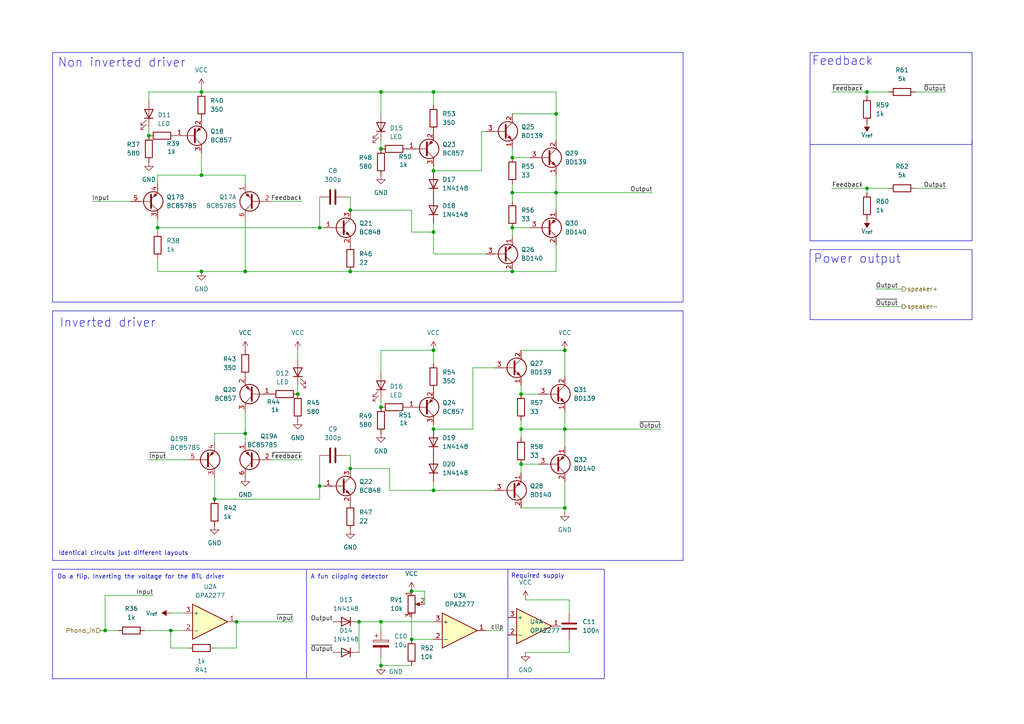
<source format=kicad_sch>
(kicad_sch (version 20250114) (generator "eeschema") (generator_version "9.0")
  (paper "A4")
  (title_block (title "Powerstage") (date "2025-02-24") (rev "1") (company "AAU-satlab") (comment 1 "Malthe Sennels"))
  (lib_symbols
    (symbol "Amplifier_Operational:OPA2277" (pin_names (offset 0.127))
      (property "Reference" "U" (at 0 5.08 0))
      (property "Value" "OPA2277" (at 0 -5.08 0))
      (symbol "OPA2277_1_1"
        (pin input line (at -7.62 2.54 0) (length 2.54) (name "+") (number "3"))
        (pin input line (at -7.62 -2.54 0) (length 2.54) (name "-") (number "2"))
        (pin output line (at 7.62 0 180) (length 2.54) (name "~") (number "1"))
      )
      (symbol "OPA2277_2_1"
        (pin input line (at -7.62 2.54 0) (length 2.54) (name "+") (number "5"))
        (pin input line (at -7.62 -2.54 0) (length 2.54) (name "-") (number "6"))
        (pin output line (at 7.62 0 180) (length 2.54) (name "~") (number "7"))
      )
      (symbol "OPA2277_3_1"
        (pin power_in line (at -2.54 7.62 270) (length 3.81) (name "V+") (number "8"))
        (pin power_in line (at -2.54 -7.62 90) (length 3.81) (name "V-") (number "4"))
      )
    )
    (symbol "Device:C" (pin_numbers (hide yes)) (pin_names (offset 0.254))
      (property "Reference" "C" (at 0.635 2.54 0))
      (property "Value" "C" (at 0.635 -2.54 0))
      (symbol "C_1_1"
        (pin passive line (at 0 3.81 270) (length 2.794) (name "~") (number "1"))
        (pin passive line (at 0 -3.81 90) (length 2.794) (name "~") (number "2"))
      )
    )
    (symbol "Device:C_Polarized" (pin_numbers (hide yes)) (pin_names (offset 0.254))
      (property "Reference" "C" (at 0.635 2.54 0))
      (property "Value" "C_Polarized" (at 0.635 -2.54 0))
      (symbol "C_Polarized_1_1"
        (pin passive line (at 0 3.81 270) (length 2.794) (name "~") (number "1"))
        (pin passive line (at 0 -3.81 90) (length 2.794) (name "~") (number "2"))
      )
    )
    (symbol "Device:D" (pin_numbers (hide yes)) (pin_names (offset 1.016) (hide yes))
      (property "Reference" "D" (at 0 2.54 0))
      (property "Value" "D" (at 0 -2.54 0))
      (symbol "D_1_1"
        (pin passive line (at -3.81 0 0) (length 2.54) (name "K") (number "1"))
        (pin passive line (at 3.81 0 180) (length 2.54) (name "A") (number "2"))
      )
    )
    (symbol "Device:LED" (pin_numbers (hide yes)) (pin_names (offset 1.016) (hide yes))
      (property "Reference" "D" (at 0 2.54 0))
      (property "Value" "LED" (at 0 -2.54 0))
      (symbol "LED_1_1"
        (pin passive line (at -3.81 0 0) (length 2.54) (name "K") (number "1"))
        (pin passive line (at 3.81 0 180) (length 2.54) (name "A") (number "2"))
      )
    )
    (symbol "Device:R" (pin_numbers (hide yes)) (pin_names (offset 0))
      (property "Reference" "R" (at 2.032 0 90))
      (property "Value" "R" (at 0 0 90))
      (symbol "R_1_1"
        (pin passive line (at 0 3.81 270) (length 1.27) (name "~") (number "1"))
        (pin passive line (at 0 -3.81 90) (length 1.27) (name "~") (number "2"))
      )
    )
    (symbol "Device:R_Potentiometer" (pin_names (offset 1.016) (hide yes))
      (property "Reference" "RV" (at -4.445 0 90))
      (property "Value" "R_Potentiometer" (at -2.54 0 90))
      (symbol "R_Potentiometer_1_1"
        (pin passive line (at 0 3.81 270) (length 1.27) (name "1") (number "1"))
        (pin passive line (at 0 -3.81 90) (length 1.27) (name "3") (number "3"))
        (pin passive line (at 3.81 0 180) (length 1.27) (name "2") (number "2"))
      )
    )
    (symbol "Transistor_BJT:BC848" (pin_names (offset 0) (hide yes))
      (property "Reference" "Q" (at 5.08 1.905 0))
      (property "Value" "BC848" (at 5.08 0 0))
      (symbol "BC848_1_1"
        (pin input line (at -5.08 0 0) (length 2.54) (name "B") (number "1"))
        (pin passive line (at 2.54 5.08 270) (length 2.54) (name "C") (number "3"))
        (pin passive line (at 2.54 -5.08 90) (length 2.54) (name "E") (number "2"))
      )
    )
    (symbol "Transistor_BJT:BC857" (pin_names (offset 0) (hide yes))
      (property "Reference" "Q" (at 5.08 1.905 0))
      (property "Value" "BC857" (at 5.08 0 0))
      (symbol "BC857_1_1"
        (pin input line (at -5.08 0 0) (length 2.54) (name "B") (number "1"))
        (pin passive line (at 2.54 5.08 270) (length 2.54) (name "C") (number "3"))
        (pin passive line (at 2.54 -5.08 90) (length 2.54) (name "E") (number "2"))
      )
    )
    (symbol "Transistor_BJT:BC857BS" (pin_names (offset 0) (hide yes))
      (property "Reference" "Q" (at 5.08 1.27 0))
      (property "Value" "BC857BS" (at 5.08 -1.27 0))
      (symbol "BC857BS_1_1"
        (pin input line (at -5.08 0 0) (length 2.54) (name "B1") (number "2"))
        (pin passive line (at 2.54 5.08 270) (length 2.54) (name "C1") (number "6"))
        (pin passive line (at 2.54 -5.08 90) (length 2.54) (name "E1") (number "1"))
      )
      (symbol "BC857BS_2_1"
        (pin input line (at -5.08 0 0) (length 2.54) (name "B2") (number "5"))
        (pin passive line (at 2.54 5.08 270) (length 2.54) (name "C2") (number "3"))
        (pin passive line (at 2.54 -5.08 90) (length 2.54) (name "E2") (number "4"))
      )
    )
    (symbol "Transistor_BJT:BD139" (pin_names (offset 0) (hide yes))
      (property "Reference" "Q" (at 5.08 1.905 0))
      (property "Value" "BD139" (at 5.08 0 0))
      (symbol "BD139_1_1"
        (pin input line (at -5.08 0 0) (length 2.54) (name "B") (number "3"))
        (pin passive line (at 2.54 5.08 270) (length 2.54) (name "C") (number "2"))
        (pin passive line (at 2.54 -5.08 90) (length 2.54) (name "E") (number "1"))
      )
    )
    (symbol "Transistor_BJT:BD140" (pin_names (offset 0) (hide yes))
      (property "Reference" "Q" (at 5.08 1.905 0))
      (property "Value" "BD140" (at 5.08 0 0))
      (symbol "BD140_1_1"
        (pin input line (at -5.08 0 0) (length 2.54) (name "B") (number "3"))
        (pin passive line (at 2.54 5.08 270) (length 2.54) (name "C") (number "2"))
        (pin passive line (at 2.54 -5.08 90) (length 2.54) (name "E") (number "1"))
      )
    )
    (symbol "power:GND" (power) (pin_numbers (hide yes)) (pin_names (offset 0) (hide yes))
      (property "Value" "GND" (at 0 -3.81 0))
      (symbol "GND_1_1"
        (pin power_in line (at 0 0 270) (length 0) (name "~") (number "1"))
      )
    )
    (symbol "power:VCC" (power) (pin_numbers (hide yes)) (pin_names (offset 0) (hide yes))
      (property "Value" "VCC" (at 0 3.556 0))
      (symbol "VCC_1_1"
        (pin power_in line (at 0 0 90) (length 0) (name "~") (number "1"))
      )
    )
    (symbol "power:VS" (power) (pin_numbers (hide yes)) (pin_names (offset 0) (hide yes))
      (property "Value" "VS" (at 0 3.556 0))
      (symbol "VS_1_1"
        (pin power_in line (at 0 0 90) (length 0) (name "~") (number "1"))
      )
    )
  )
  (rectangle (start 15.24 15.24) (end 198.12 87.63))
  (rectangle (start 15.24 90.17) (end 198.12 162.56))
  (rectangle (start 234.95 15.24) (end 281.94 69.85))
  (rectangle (start 234.95 72.39) (end 281.94 92.71))
  (rectangle (start 15.24 165.1) (end 175.26 196.85))
  (text "A fun clipping detector" (at 101.346 167.386 0) (effects (font (size 1.27 1.27))))
  (text "Non inverted driver" (at 35.306 18.288 0) (effects (font (size 2.54 2.54))))
  (text "Feedback" (at 244.348 17.78 0) (effects (font (size 2.54 2.54))))
  (text "Inverted driver" (at 31.242 93.726 0) (effects (font (size 2.54 2.54))))
  (text "Required supply" (at 155.956 167.132 0) (effects (font (size 1.27 1.27))))
  (text "Power output" (at 248.666 75.184 0) (effects (font (size 2.54 2.54))))
  (text "Identical circuits just different layouts" (at 35.814 160.528 0) (effects (font (size 1.27 1.27))))
  (text "Do a flip. Inverting the voltage for the BTL driver" (at 40.894 167.386 0) (effects (font (size 1.27 1.27))))
  (junction (at 110.49 26.67))
  (junction (at 86.36 114.3))
  (junction (at 163.83 147.32))
  (junction (at 163.83 124.46))
  (junction (at 58.42 78.74))
  (junction (at 125.73 67.31))
  (junction (at 45.72 66.04))
  (junction (at 101.6 135.89))
  (junction (at 151.13 124.46))
  (junction (at 110.49 118.11))
  (junction (at 110.49 43.18))
  (junction (at 110.49 180.34))
  (junction (at 125.73 49.53))
  (junction (at 104.14 180.34))
  (junction (at 43.18 39.37))
  (junction (at 71.12 78.74))
  (junction (at 163.83 101.6))
  (junction (at 119.38 185.42))
  (junction (at 49.53 182.88))
  (junction (at 125.73 142.24))
  (junction (at 151.13 134.62))
  (junction (at 92.71 66.04))
  (junction (at 125.73 26.67))
  (junction (at 251.46 26.67))
  (junction (at 101.6 60.96))
  (junction (at 148.59 78.74))
  (junction (at 58.42 26.67))
  (junction (at 71.12 125.73))
  (junction (at 125.73 124.46))
  (junction (at 101.6 78.74))
  (junction (at 251.46 54.61))
  (junction (at 151.13 114.3))
  (junction (at 161.29 33.02))
  (junction (at 68.58 180.34))
  (junction (at 148.59 55.88))
  (junction (at 148.59 66.04))
  (junction (at 125.73 101.6))
  (junction (at 110.49 193.04))
  (junction (at 92.71 140.97))
  (junction (at 62.23 144.78))
  (junction (at 119.38 171.45))
  (junction (at 30.48 182.88))
  (junction (at 148.59 45.72))
  (junction (at 58.42 50.8))
  (junction (at 161.29 55.88))
  (wire (pts (xy 71.12 119.38) (xy 71.12 125.73)))
  (wire (pts (xy 119.38 60.96) (xy 119.38 67.31)))
  (wire (pts (xy 92.71 140.97) (xy 93.98 140.97)))
  (wire (pts (xy 41.91 182.88) (xy 49.53 182.88)))
  (polyline (pts (xy 88.9 165.1) (xy 88.9 196.85)))
  (wire (pts (xy 265.43 54.61) (xy 274.32 54.61)))
  (wire (pts (xy 101.6 135.89) (xy 113.03 135.89)))
  (wire (pts (xy 78.74 133.35) (xy 87.63 133.35)))
  (wire (pts (xy 104.14 180.34) (xy 104.14 189.23)))
  (wire (pts (xy 101.6 57.15) (xy 100.33 57.15)))
  (wire (pts (xy 163.83 101.6) (xy 163.83 109.22)))
  (wire (pts (xy 148.59 33.02) (xy 161.29 33.02)))
  (wire (pts (xy 163.83 139.7) (xy 163.83 147.32)))
  (wire (pts (xy 30.48 182.88) (xy 30.48 172.72)))
  (wire (pts (xy 45.72 66.04) (xy 92.71 66.04)))
  (wire (pts (xy 125.73 30.48) (xy 125.73 26.67)))
  (wire (pts (xy 125.73 48.26) (xy 125.73 49.53)))
  (wire (pts (xy 30.48 182.88) (xy 34.29 182.88)))
  (wire (pts (xy 43.18 133.35) (xy 54.61 133.35)))
  (wire (pts (xy 152.4 173.99) (xy 165.1 173.99)))
  (wire (pts (xy 163.83 124.46) (xy 191.77 124.46)))
  (wire (pts (xy 125.73 26.67) (xy 110.49 26.67)))
  (wire (pts (xy 254 83.82) (xy 261.62 83.82)))
  (wire (pts (xy 143.51 142.24) (xy 125.73 142.24)))
  (wire (pts (xy 29.21 182.88) (xy 30.48 182.88)))
  (wire (pts (xy 71.12 50.8) (xy 71.12 53.34)))
  (wire (pts (xy 49.53 187.96) (xy 54.61 187.96)))
  (wire (pts (xy 251.46 54.61) (xy 241.3 54.61)))
  (wire (pts (xy 148.59 66.04) (xy 148.59 68.58)))
  (wire (pts (xy 156.21 134.62) (xy 151.13 134.62)))
  (wire (pts (xy 101.6 78.74) (xy 148.59 78.74)))
  (wire (pts (xy 92.71 132.08) (xy 92.71 140.97)))
  (wire (pts (xy 101.6 132.08) (xy 101.6 135.89)))
  (wire (pts (xy 119.38 185.42) (xy 125.73 185.42)))
  (wire (pts (xy 43.18 36.83) (xy 43.18 39.37)))
  (wire (pts (xy 101.6 60.96) (xy 119.38 60.96)))
  (wire (pts (xy 30.48 172.72) (xy 44.45 172.72)))
  (wire (pts (xy 151.13 124.46) (xy 163.83 124.46)))
  (wire (pts (xy 86.36 111.76) (xy 86.36 114.3)))
  (wire (pts (xy 49.53 182.88) (xy 49.53 187.96)))
  (wire (pts (xy 165.1 185.42) (xy 165.1 189.23)))
  (wire (pts (xy 137.16 124.46) (xy 125.73 124.46)))
  (wire (pts (xy 152.4 189.23) (xy 165.1 189.23)))
  (wire (pts (xy 104.14 180.34) (xy 110.49 180.34)))
  (wire (pts (xy 140.97 182.88) (xy 146.05 182.88)))
  (wire (pts (xy 110.49 193.04) (xy 119.38 193.04)))
  (wire (pts (xy 151.13 134.62) (xy 151.13 137.16)))
  (wire (pts (xy 140.97 73.66) (xy 125.73 73.66)))
  (wire (pts (xy 110.49 115.57) (xy 110.49 118.11)))
  (wire (pts (xy 125.73 67.31) (xy 125.73 73.66)))
  (wire (pts (xy 62.23 187.96) (xy 68.58 187.96)))
  (wire (pts (xy 92.71 57.15) (xy 92.71 66.04)))
  (wire (pts (xy 123.19 171.45) (xy 119.38 171.45)))
  (wire (pts (xy 58.42 50.8) (xy 71.12 50.8)))
  (wire (pts (xy 153.67 45.72) (xy 148.59 45.72)))
  (wire (pts (xy 110.49 26.67) (xy 110.49 33.02)))
  (wire (pts (xy 62.23 125.73) (xy 71.12 125.73)))
  (wire (pts (xy 110.49 180.34) (xy 110.49 182.88)))
  (wire (pts (xy 110.49 193.04) (xy 110.49 190.5)))
  (wire (pts (xy 161.29 55.88) (xy 161.29 60.96)))
  (wire (pts (xy 86.36 104.14) (xy 86.36 101.6)))
  (wire (pts (xy 62.23 128.27) (xy 62.23 125.73)))
  (wire (pts (xy 161.29 33.02) (xy 161.29 26.67)))
  (wire (pts (xy 148.59 45.72) (xy 148.59 43.18)))
  (wire (pts (xy 148.59 53.34) (xy 148.59 55.88)))
  (wire (pts (xy 125.73 142.24) (xy 125.73 139.7)))
  (wire (pts (xy 165.1 173.99) (xy 165.1 177.8)))
  (wire (pts (xy 265.43 26.67) (xy 274.32 26.67)))
  (wire (pts (xy 123.19 175.26) (xy 123.19 171.45)))
  (wire (pts (xy 71.12 63.5) (xy 71.12 78.74)))
  (wire (pts (xy 151.13 114.3) (xy 151.13 111.76)))
  (wire (pts (xy 153.67 66.04) (xy 148.59 66.04)))
  (wire (pts (xy 148.59 55.88) (xy 161.29 55.88)))
  (wire (pts (xy 251.46 54.61) (xy 251.46 55.88)))
  (wire (pts (xy 163.83 147.32) (xy 163.83 148.59)))
  (wire (pts (xy 45.72 63.5) (xy 45.72 66.04)))
  (wire (pts (xy 78.74 58.42) (xy 87.63 58.42)))
  (wire (pts (xy 151.13 101.6) (xy 163.83 101.6)))
  (wire (pts (xy 139.7 49.53) (xy 125.73 49.53)))
  (wire (pts (xy 163.83 147.32) (xy 151.13 147.32)))
  (wire (pts (xy 163.83 119.38) (xy 163.83 124.46)))
  (wire (pts (xy 161.29 26.67) (xy 125.73 26.67)))
  (wire (pts (xy 163.83 124.46) (xy 163.83 129.54)))
  (wire (pts (xy 110.49 180.34) (xy 125.73 180.34)))
  (wire (pts (xy 156.21 114.3) (xy 151.13 114.3)))
  (wire (pts (xy 139.7 38.1) (xy 140.97 38.1)))
  (wire (pts (xy 139.7 38.1) (xy 139.7 49.53)))
  (wire (pts (xy 251.46 26.67) (xy 251.46 27.94)))
  (wire (pts (xy 151.13 124.46) (xy 151.13 127)))
  (wire (pts (xy 257.81 54.61) (xy 251.46 54.61)))
  (wire (pts (xy 71.12 125.73) (xy 71.12 128.27)))
  (wire (pts (xy 125.73 105.41) (xy 125.73 101.6)))
  (wire (pts (xy 151.13 121.92) (xy 151.13 124.46)))
  (wire (pts (xy 68.58 180.34) (xy 85.09 180.34)))
  (wire (pts (xy 137.16 106.68) (xy 137.16 124.46)))
  (wire (pts (xy 49.53 182.88) (xy 53.34 182.88)))
  (wire (pts (xy 110.49 40.64) (xy 110.49 43.18)))
  (wire (pts (xy 161.29 50.8) (xy 161.29 55.88)))
  (wire (pts (xy 254 88.9) (xy 261.62 88.9)))
  (wire (pts (xy 125.73 101.6) (xy 110.49 101.6)))
  (wire (pts (xy 257.81 26.67) (xy 251.46 26.67)))
  (wire (pts (xy 43.18 29.21) (xy 43.18 26.67)))
  (wire (pts (xy 161.29 78.74) (xy 148.59 78.74)))
  (wire (pts (xy 161.29 33.02) (xy 161.29 40.64)))
  (wire (pts (xy 101.6 132.08) (xy 100.33 132.08)))
  (wire (pts (xy 26.67 58.42) (xy 38.1 58.42)))
  (wire (pts (xy 58.42 26.67) (xy 58.42 25.4)))
  (wire (pts (xy 45.72 50.8) (xy 58.42 50.8)))
  (wire (pts (xy 58.42 26.67) (xy 110.49 26.67)))
  (wire (pts (xy 125.73 123.19) (xy 125.73 124.46)))
  (wire (pts (xy 71.12 78.74) (xy 101.6 78.74)))
  (wire (pts (xy 110.49 101.6) (xy 110.49 107.95)))
  (wire (pts (xy 68.58 187.96) (xy 68.58 180.34)))
  (wire (pts (xy 45.72 78.74) (xy 58.42 78.74)))
  (polyline (pts (xy 281.94 40.64) (xy 281.94 41.91)))
  (wire (pts (xy 251.46 26.67) (xy 241.3 26.67)))
  (wire (pts (xy 58.42 78.74) (xy 71.12 78.74)))
  (wire (pts (xy 148.59 55.88) (xy 148.59 58.42)))
  (wire (pts (xy 45.72 53.34) (xy 45.72 50.8)))
  (wire (pts (xy 113.03 135.89) (xy 113.03 142.24)))
  (wire (pts (xy 58.42 44.45) (xy 58.42 50.8)))
  (wire (pts (xy 113.03 142.24) (xy 125.73 142.24)))
  (polyline (pts (xy 234.95 41.91) (xy 281.94 41.91)))
  (wire (pts (xy 45.72 66.04) (xy 45.72 67.31)))
  (wire (pts (xy 92.71 144.78) (xy 92.71 140.97)))
  (wire (pts (xy 137.16 106.68) (xy 143.51 106.68)))
  (wire (pts (xy 62.23 138.43) (xy 62.23 144.78)))
  (polyline (pts (xy 147.32 165.1) (xy 147.32 196.85)))
  (wire (pts (xy 161.29 71.12) (xy 161.29 78.74)))
  (wire (pts (xy 43.18 26.67) (xy 58.42 26.67)))
  (wire (pts (xy 45.72 74.93) (xy 45.72 78.74)))
  (wire (pts (xy 119.38 179.07) (xy 119.38 185.42)))
  (wire (pts (xy 119.38 67.31) (xy 125.73 67.31)))
  (wire (pts (xy 49.53 177.8) (xy 53.34 177.8)))
  (wire (pts (xy 101.6 57.15) (xy 101.6 60.96)))
  (wire (pts (xy 92.71 66.04) (xy 93.98 66.04)))
  (wire (pts (xy 62.23 144.78) (xy 92.71 144.78)))
  (wire (pts (xy 161.29 55.88) (xy 189.23 55.88)))
  (wire (pts (xy 125.73 64.77) (xy 125.73 67.31)))
  (label "Input" (at 26.67 58.42 0))
  (label "~{Output}" (at 254 88.9 0))
  (label "Output" (at 96.52 180.34 180))
  (label "Output" (at 254 83.82 0))
  (label "Output" (at 274.32 54.61 180))
  (label "~{Feedback}" (at 241.3 26.67 0))
  (label "~{Input}" (at 43.18 133.35 0))
  (label "Feedback" (at 241.3 54.61 0))
  (label "~{Output}" (at 274.32 26.67 180))
  (label "~{Output}" (at 96.52 189.23 180))
  (label "Feedback" (at 87.63 58.42 180))
  (label "~{Output}" (at 191.77 124.46 180))
  (label "~{Input}" (at 85.09 180.34 180))
  (label "Input" (at 44.45 172.72 180))
  (label "clip" (at 146.05 182.88 180))
  (label "~{Feedback}" (at 87.63 133.35 180))
  (label "Output" (at 189.23 55.88 180))
  (hierarchical_label "Phono_in" (shape input) (at 29.21 182.88 180))
  (hierarchical_label "speaker-" (shape output) (at 261.62 88.9 0))
  (hierarchical_label "speaker+" (shape output) (at 261.62 83.82 0))
  (symbol (lib_id "Transistor_BJT:BC857") (at 123.19 118.11 0) (mirror x) (unit 1)
    (property "Reference" "Q12" (at 128.27 116.8399 0) (effects (justify left)))
    (property "Value" "BC857" (at 128.27 119.3799 0) (effects (justify left)))
    (property "Footprint" "Package_TO_SOT_SMD:SOT-23" (effects (hide yes)))
    (property "Datasheet" "https://www.onsemi.com/pub/Collateral/BC860-D.pdf" (effects (hide yes)))
    (property "Description" "0.1A Ic, 45V Vce, PNP Transistor, SOT-23" (effects (hide yes)))
    (instances (project "AB-amplifier" (path "" (reference "Q24") (unit 1)) (path "" (reference "Q12") (unit 1))))
  )
  (symbol (lib_id "Device:D") (at 100.33 189.23 180) (unit 1)
    (property "Reference" "D9" (at 100.33 182.88 0))
    (property "Value" "1N4148" (at 100.33 185.42 0))
    (property "Footprint" "Diode_THT:D_DO-41_SOD81_P7.62mm_Horizontal" (effects (hide yes)))
    (property "Description" "Diode" (effects (hide yes)))
    (property "Sim.Device" "D" (effects (hide yes)))
    (property "Sim.Pins" "1=K 2=A" (effects (hide yes)))
    (instances (project "AB-amplifier" (path "" (reference "D14") (unit 1)) (path "" (reference "D9") (unit 1))))
  )
  (symbol (lib_id "Transistor_BJT:BD140") (at 146.05 73.66 0) (mirror x) (unit 1)
    (property "Reference" "Q3" (at 151.13 72.3899 0) (effects (justify left)))
    (property "Value" "BD140" (at 151.13 74.9299 0) (effects (justify left)))
    (property "Footprint" "Package_TO_SOT_THT:TO-126-3_Vertical" (effects (hide yes)))
    (property "Datasheet" "http://www.st.com/internet/com/TECHNICAL_RESOURCES/TECHNICAL_LITERATURE/DATASHEET/CD00001225.pdf" (effects (hide yes)))
    (property "Description" "1.5A Ic, 80V Vce, Low Voltage Transistor, TO-126" (effects (hide yes)))
    (instances (project "AB-amplifier" (path "" (reference "Q26") (unit 1)) (path "" (reference "Q3") (unit 1))))
  )
  (symbol (lib_id "Transistor_BJT:BC857BS") (at 73.66 133.35 180) (unit 1)
    (property "Reference" "Q9" (at 80.518 126.492 0) (effects (justify left)))
    (property "Value" "BC857BS" (at 80.518 129.032 0) (effects (justify left)))
    (property "Footprint" "Package_TO_SOT_SMD:SOT-363_SC-70-6" (effects (hide yes)))
    (property "Datasheet" "https://assets.nexperia.com/documents/data-sheet/BC857BS.pdf" (effects (hide yes)))
    (property "Description" "100mA IC, 45V Vce, Dual PNP/PNP Transistors, SOT-363" (effects (hide yes)))
    (instances (project "AB-amplifier" (path "" (reference "Q19") (unit 1)) (path "" (reference "Q9") (unit 1))))
  )
  (symbol (lib_id "Transistor_BJT:BD139") (at 148.59 106.68 0) (unit 1)
    (property "Reference" "Q13" (at 153.67 105.4099 0) (effects (justify left)))
    (property "Value" "BD139" (at 153.67 107.9499 0) (effects (justify left)))
    (property "Footprint" "Package_TO_SOT_THT:TO-126-3_Vertical" (effects (hide yes)))
    (property "Datasheet" "http://www.st.com/internet/com/TECHNICAL_RESOURCES/TECHNICAL_LITERATURE/DATASHEET/CD00001225.pdf" (effects (hide yes)))
    (property "Description" "1.5A Ic, 80V Vce, Low Voltage Transistor, TO-126" (effects (hide yes)))
    (instances (project "AB-amplifier" (path "" (reference "Q27") (unit 1)) (path "" (reference "Q13") (unit 1))))
  )
  (symbol (lib_id "power:GND") (at 163.83 148.59 0) (unit 1)
    (property "Reference" "#PWR022" (effects (hide yes)))
    (property "Value" "GND" (at 163.83 153.67 0))
    (property "Description" "Power symbol creates a global label with name \"GND\" , ground" (effects (hide yes)))
    (instances (project "AB-amplifier" (path "" (reference "#PWR051") (unit 1)) (path "" (reference "#PWR022") (unit 1))))
  )
  (symbol (lib_id "power:VCC") (at 58.42 25.4 0) (unit 1)
    (property "Reference" "#PWR010" (effects (hide yes)))
    (property "Value" "VCC" (at 58.42 20.32 0))
    (property "Description" "Power symbol creates a global label with name \"VCC\"" (effects (hide yes)))
    (instances (project "AB-amplifier" (path "" (reference "#PWR035") (unit 1)) (path "" (reference "#PWR010") (unit 1))))
  )
  (symbol (lib_id "Device:R") (at 148.59 62.23 0) (unit 1)
    (property "Reference" "R65" (at 151.13 60.9599 0) (effects (justify left)))
    (property "Value" "33" (at 151.13 63.4999 0) (effects (justify left)))
    (property "Footprint" "Resistor_THT:R_Axial_DIN0204_L3.6mm_D1.6mm_P5.08mm_Horizontal" (effects (hide yes)))
    (property "Description" "Resistor" (effects (hide yes)))
    (instances (project "AB-amplifier" (path "" (reference "R56") (unit 1)) (path "" (reference "R65") (unit 1))))
  )
  (symbol (lib_id "Transistor_BJT:BD140") (at 161.29 134.62 0) (mirror x) (unit 1)
    (property "Reference" "Q16" (at 166.37 133.3499 0) (effects (justify left)))
    (property "Value" "BD140" (at 166.37 135.8899 0) (effects (justify left)))
    (property "Footprint" "Package_TO_SOT_THT:TO-126-3_Vertical" (effects (hide yes)))
    (property "Datasheet" "http://www.st.com/internet/com/TECHNICAL_RESOURCES/TECHNICAL_LITERATURE/DATASHEET/CD00001225.pdf" (effects (hide yes)))
    (property "Description" "1.5A Ic, 80V Vce, Low Voltage Transistor, TO-126" (effects (hide yes)))
    (instances (project "AB-amplifier" (path "" (reference "Q32") (unit 1)) (path "" (reference "Q16") (unit 1))))
  )
  (symbol (lib_id "Device:R") (at 148.59 49.53 0) (unit 1)
    (property "Reference" "R18" (at 151.13 48.2599 0) (effects (justify left)))
    (property "Value" "33" (at 151.13 50.7999 0) (effects (justify left)))
    (property "Footprint" "Resistor_THT:R_Axial_DIN0204_L3.6mm_D1.6mm_P5.08mm_Horizontal" (effects (hide yes)))
    (property "Description" "Resistor" (effects (hide yes)))
    (instances (project "AB-amplifier" (path "" (reference "R55") (unit 1)) (path "" (reference "R18") (unit 1))))
  )
  (symbol (lib_id "Transistor_BJT:BC857BS") (at 43.18 58.42 0) (mirror x) (unit 2)
    (property "Reference" "Q4" (at 48.26 57.1499 0) (effects (justify left)))
    (property "Value" "BC857BS" (at 48.26 59.6899 0) (effects (justify left)))
    (property "Footprint" "Package_TO_SOT_SMD:SOT-363_SC-70-6" (effects (hide yes)))
    (property "Datasheet" "https://assets.nexperia.com/documents/data-sheet/BC857BS.pdf" (effects (hide yes)))
    (property "Description" "100mA IC, 45V Vce, Dual PNP/PNP Transistors, SOT-363" (effects (hide yes)))
    (instances (project "AB-amplifier" (path "" (reference "Q17") (unit 2)) (path "" (reference "Q4") (unit 2))))
  )
  (symbol (lib_id "Transistor_BJT:BC857") (at 123.19 43.18 0) (mirror x) (unit 1)
    (property "Reference" "Q8" (at 128.27 41.9099 0) (effects (justify left)))
    (property "Value" "BC857" (at 128.27 44.4499 0) (effects (justify left)))
    (property "Footprint" "Package_TO_SOT_SMD:SOT-23" (effects (hide yes)))
    (property "Datasheet" "https://www.onsemi.com/pub/Collateral/BC860-D.pdf" (effects (hide yes)))
    (property "Description" "0.1A Ic, 45V Vce, PNP Transistor, SOT-23" (effects (hide yes)))
    (instances (project "AB-amplifier" (path "" (reference "Q23") (unit 1)) (path "" (reference "Q8") (unit 1))))
  )
  (symbol (lib_id "Transistor_BJT:BD139") (at 158.75 45.72 0) (unit 1)
    (property "Reference" "Q2" (at 163.83 44.4499 0) (effects (justify left)))
    (property "Value" "BD139" (at 163.83 46.9899 0) (effects (justify left)))
    (property "Footprint" "Package_TO_SOT_THT:TO-126-3_Vertical" (effects (hide yes)))
    (property "Datasheet" "http://www.st.com/internet/com/TECHNICAL_RESOURCES/TECHNICAL_LITERATURE/DATASHEET/CD00001225.pdf" (effects (hide yes)))
    (property "Description" "1.5A Ic, 80V Vce, Low Voltage Transistor, TO-126" (effects (hide yes)))
    (instances (project "AB-amplifier" (path "" (reference "Q29") (unit 1)) (path "" (reference "Q2") (unit 1))))
  )
  (symbol (lib_id "Device:D") (at 125.73 60.96 90) (unit 1)
    (property "Reference" "D21" (at 128.27 59.6899 90) (effects (justify right)))
    (property "Value" "1N4148" (at 128.27 62.2299 90) (effects (justify right)))
    (property "Footprint" "Diode_THT:D_DO-41_SOD81_P7.62mm_Horizontal" (effects (hide yes)))
    (property "Description" "Diode" (effects (hide yes)))
    (property "Sim.Device" "D" (effects (hide yes)))
    (property "Sim.Pins" "1=K 2=A" (effects (hide yes)))
    (instances (project "AB-amplifier" (path "" (reference "D18") (unit 1)) (path "" (reference "D21") (unit 1))))
  )
  (symbol (lib_id "Device:R") (at 45.72 71.12 0) (unit 1)
    (property "Reference" "R10" (at 48.26 69.8499 0) (effects (justify left)))
    (property "Value" "1k" (at 48.26 72.3899 0) (effects (justify left)))
    (property "Footprint" "Resistor_SMD:R_0603_1608Metric_Pad0.98x0.95mm_HandSolder" (effects (hide yes)))
    (property "Description" "Resistor" (effects (hide yes)))
    (instances (project "AB-amplifier" (path "" (reference "R38") (unit 1)) (path "" (reference "R10") (unit 1))))
  )
  (symbol (lib_id "Device:LED") (at 43.18 33.02 270) (mirror x) (unit 1)
    (property "Reference" "D2" (at 45.72 33.3374 90) (effects (justify left)))
    (property "Value" "LED" (at 45.72 35.8774 90) (effects (justify left)))
    (property "Footprint" "LED_THT:LED_D3.0mm" (effects (hide yes)))
    (property "Description" "Light emitting diode" (effects (hide yes)))
    (property "Sim.Pins" "1=K 2=A" (effects (hide yes)))
    (instances (project "AB-amplifier" (path "" (reference "D11") (unit 1)) (path "" (reference "D2") (unit 1))))
  )
  (symbol (lib_id "Device:R") (at 114.3 43.18 270) (mirror x) (unit 1)
    (property "Reference" "R19" (at 115.57 45.466 90) (effects (justify left)))
    (property "Value" "1k" (at 115.824 47.752 90) (effects (justify left)))
    (property "Footprint" "Resistor_SMD:R_0603_1608Metric_Pad0.98x0.95mm_HandSolder" (effects (hide yes)))
    (property "Description" "Resistor" (effects (hide yes)))
    (instances (project "AB-amplifier" (path "" (reference "R50") (unit 1)) (path "" (reference "R19") (unit 1))))
  )
  (symbol (lib_id "Device:D") (at 100.33 180.34 180) (unit 1)
    (property "Reference" "D10" (at 100.33 173.99 0))
    (property "Value" "1N4148" (at 100.33 176.53 0))
    (property "Footprint" "Diode_THT:D_DO-41_SOD81_P7.62mm_Horizontal" (effects (hide yes)))
    (property "Description" "Diode" (effects (hide yes)))
    (property "Sim.Device" "D" (effects (hide yes)))
    (property "Sim.Pins" "1=K 2=A" (effects (hide yes)))
    (instances (project "AB-amplifier" (path "" (reference "D13") (unit 1)) (path "" (reference "D10") (unit 1))))
  )
  (symbol (lib_id "Device:D") (at 125.73 128.27 90) (unit 1)
    (property "Reference" "D7" (at 128.27 126.9999 90) (effects (justify right)))
    (property "Value" "1N4148" (at 128.27 129.5399 90) (effects (justify right)))
    (property "Footprint" "Diode_THT:D_DO-41_SOD81_P7.62mm_Horizontal" (effects (hide yes)))
    (property "Description" "Diode" (effects (hide yes)))
    (property "Sim.Device" "D" (effects (hide yes)))
    (property "Sim.Pins" "1=K 2=A" (effects (hide yes)))
    (instances (project "AB-amplifier" (path "" (reference "D19") (unit 1)) (path "" (reference "D7") (unit 1))))
  )
  (symbol (lib_id "Device:R") (at 86.36 118.11 0) (unit 1)
    (property "Reference" "R25" (at 88.9 116.8399 0) (effects (justify left)))
    (property "Value" "580" (at 88.9 119.3799 0) (effects (justify left)))
    (property "Footprint" "Resistor_SMD:R_0603_1608Metric_Pad0.98x0.95mm_HandSolder" (effects (hide yes)))
    (property "Description" "Resistor" (effects (hide yes)))
    (instances (project "AB-amplifier" (path "" (reference "R45") (unit 1)) (path "" (reference "R25") (unit 1))))
  )
  (symbol (lib_id "Transistor_BJT:BC857BS") (at 73.66 58.42 180) (unit 1)
    (property "Reference" "Q4" (at 68.58 57.1499 0) (effects (justify left)))
    (property "Value" "BC857BS" (at 68.58 59.6899 0) (effects (justify left)))
    (property "Footprint" "Package_TO_SOT_SMD:SOT-363_SC-70-6" (effects (hide yes)))
    (property "Datasheet" "https://assets.nexperia.com/documents/data-sheet/BC857BS.pdf" (effects (hide yes)))
    (property "Description" "100mA IC, 45V Vce, Dual PNP/PNP Transistors, SOT-363" (effects (hide yes)))
    (instances (project "AB-amplifier" (path "" (reference "Q17") (unit 1)) (path "" (reference "Q4") (unit 1))))
  )
  (symbol (lib_id "power:VS") (at 49.53 177.8 90) (unit 1)
    (property "Reference" "#PWR016" (effects (hide yes)))
    (property "Value" "V_{ref}" (at 45.72 177.7999 90) (effects (justify left)))
    (property "Description" "Power symbol creates a global label with name \"VS\"" (effects (hide yes)))
    (instances (project "AB-amplifier" (path "" (reference "#PWR034") (unit 1)) (path "" (reference "#PWR016") (unit 1))))
  )
  (symbol (lib_id "power:VS") (at 251.46 35.56 180) (unit 1)
    (property "Reference" "#PWR017" (effects (hide yes)))
    (property "Value" "V_{ref}" (at 251.46 39.116 0))
    (property "Description" "Power symbol creates a global label with name \"VS\"" (effects (hide yes)))
    (instances (project "AB-amplifier" (path "" (reference "#PWR052") (unit 1)) (path "" (reference "#PWR017") (unit 1))))
  )
  (symbol (lib_id "power:GND") (at 43.18 46.99 0) (unit 1)
    (property "Reference" "#PWR09" (effects (hide yes)))
    (property "Value" "GND" (at 43.18 52.07 0))
    (property "Description" "Power symbol creates a global label with name \"GND\" , ground" (effects (hide yes)))
    (instances (project "AB-amplifier" (path "" (reference "#PWR033") (unit 1)) (path "" (reference "#PWR09") (unit 1))))
  )
  (symbol (lib_id "Device:LED") (at 110.49 36.83 270) (mirror x) (unit 1)
    (property "Reference" "D4" (at 113.03 37.1474 90) (effects (justify left)))
    (property "Value" "LED" (at 113.03 39.6874 90) (effects (justify left)))
    (property "Footprint" "LED_THT:LED_D3.0mm" (effects (hide yes)))
    (property "Description" "Light emitting diode" (effects (hide yes)))
    (property "Sim.Pins" "1=K 2=A" (effects (hide yes)))
    (instances (project "AB-amplifier" (path "" (reference "D15") (unit 1)) (path "" (reference "D4") (unit 1))))
  )
  (symbol (lib_id "Device:R") (at 58.42 187.96 90) (mirror x) (unit 1)
    (property "Reference" "R22" (at 58.42 194.31 90))
    (property "Value" "1k" (at 58.42 191.77 90))
    (property "Footprint" "Resistor_SMD:R_0603_1608Metric_Pad0.98x0.95mm_HandSolder" (effects (hide yes)))
    (property "Description" "Resistor" (effects (hide yes)))
    (instances (project "AB-amplifier" (path "" (reference "R41") (unit 1)) (path "" (reference "R22") (unit 1))))
  )
  (symbol (lib_id "Device:R") (at 110.49 46.99 0) (mirror y) (unit 1)
    (property "Reference" "R15" (at 107.95 45.7199 0) (effects (justify left)))
    (property "Value" "580" (at 107.95 48.2599 0) (effects (justify left)))
    (property "Footprint" "Resistor_SMD:R_0603_1608Metric_Pad0.98x0.95mm_HandSolder" (effects (hide yes)))
    (property "Description" "Resistor" (effects (hide yes)))
    (instances (project "AB-amplifier" (path "" (reference "R48") (unit 1)) (path "" (reference "R15") (unit 1))))
  )
  (symbol (lib_id "Device:R") (at 151.13 118.11 0) (unit 1)
    (property "Reference" "R33" (at 153.67 116.8399 0) (effects (justify left)))
    (property "Value" "33" (at 153.67 119.3799 0) (effects (justify left)))
    (property "Footprint" "Resistor_THT:R_Axial_DIN0204_L3.6mm_D1.6mm_P5.08mm_Horizontal" (effects (hide yes)))
    (property "Description" "Resistor" (effects (hide yes)))
    (instances (project "AB-amplifier" (path "" (reference "R57") (unit 1)) (path "" (reference "R33") (unit 1))))
  )
  (symbol (lib_id "Device:C") (at 96.52 132.08 90) (unit 1)
    (property "Reference" "C7" (at 96.52 124.46 90))
    (property "Value" "300p" (at 96.52 127 90))
    (property "Footprint" "Capacitor_SMD:C_0603_1608Metric_Pad1.08x0.95mm_HandSolder" (effects (hide yes)))
    (property "Description" "Unpolarized capacitor" (effects (hide yes)))
    (instances (project "AB-amplifier" (path "" (reference "C9") (unit 1)) (path "" (reference "C7") (unit 1))))
  )
  (symbol (lib_id "power:GND") (at 62.23 152.4 0) (unit 1)
    (property "Reference" "#PWR027" (effects (hide yes)))
    (property "Value" "GND" (at 62.23 157.48 0))
    (property "Description" "Power symbol creates a global label with name \"GND\" , ground" (effects (hide yes)))
    (instances (project "AB-amplifier" (path "" (reference "#PWR037") (unit 1)) (path "" (reference "#PWR027") (unit 1))))
  )
  (symbol (lib_id "Device:R") (at 46.99 39.37 270) (mirror x) (unit 1)
    (property "Reference" "R11" (at 48.26 41.656 90) (effects (justify left)))
    (property "Value" "1k" (at 48.514 43.942 90) (effects (justify left)))
    (property "Footprint" "Resistor_SMD:R_0603_1608Metric_Pad0.98x0.95mm_HandSolder" (effects (hide yes)))
    (property "Description" "Resistor" (effects (hide yes)))
    (instances (project "AB-amplifier" (path "" (reference "R39") (unit 1)) (path "" (reference "R11") (unit 1))))
  )
  (symbol (lib_id "Device:R") (at 101.6 74.93 0) (unit 1)
    (property "Reference" "R16" (at 104.14 73.6599 0) (effects (justify left)))
    (property "Value" "22" (at 104.14 76.1999 0) (effects (justify left)))
    (property "Footprint" "Resistor_SMD:R_0603_1608Metric_Pad0.98x0.95mm_HandSolder" (effects (hide yes)))
    (property "Description" "Resistor" (effects (hide yes)))
    (instances (project "AB-amplifier" (path "" (reference "R46") (unit 1)) (path "" (reference "R16") (unit 1))))
  )
  (symbol (lib_id "Device:R") (at 101.6 149.86 0) (unit 1)
    (property "Reference" "R29" (at 104.14 148.5899 0) (effects (justify left)))
    (property "Value" "22" (at 104.14 151.1299 0) (effects (justify left)))
    (property "Footprint" "Resistor_SMD:R_0603_1608Metric_Pad0.98x0.95mm_HandSolder" (effects (hide yes)))
    (property "Description" "Resistor" (effects (hide yes)))
    (instances (project "AB-amplifier" (path "" (reference "R47") (unit 1)) (path "" (reference "R29") (unit 1))))
  )
  (symbol (lib_id "Device:R") (at 119.38 189.23 0) (unit 1)
    (property "Reference" "R35" (at 121.92 187.9599 0) (effects (justify left)))
    (property "Value" "10k" (at 121.92 190.4999 0) (effects (justify left)))
    (property "Footprint" "Resistor_SMD:R_0603_1608Metric_Pad0.98x0.95mm_HandSolder" (effects (hide yes)))
    (property "Description" "Resistor" (effects (hide yes)))
    (instances (project "AB-amplifier" (path "" (reference "R52") (unit 1)) (path "" (reference "R35") (unit 1))))
  )
  (symbol (lib_id "power:VCC") (at 119.38 171.45 0) (unit 1)
    (property "Reference" "#PWR032" (effects (hide yes)))
    (property "Value" "VCC" (at 119.38 166.37 0))
    (property "Description" "Power symbol creates a global label with name \"VCC\"" (effects (hide yes)))
    (instances (project "AB-amplifier" (path "" (reference "#PWR046") (unit 1)) (path "" (reference "#PWR032") (unit 1))))
  )
  (symbol (lib_id "power:GND") (at 110.49 193.04 0) (unit 1)
    (property "Reference" "#PWR031" (effects (hide yes)))
    (property "Value" "GND" (at 114.808 194.818 0))
    (property "Description" "Power symbol creates a global label with name \"GND\" , ground" (effects (hide yes)))
    (instances (project "AB-amplifier" (path "" (reference "#PWR045") (unit 1)) (path "" (reference "#PWR031") (unit 1))))
  )
  (symbol (lib_id "Transistor_BJT:BC848") (at 99.06 66.04 0) (unit 1)
    (property "Reference" "Q6" (at 104.14 64.7699 0) (effects (justify left)))
    (property "Value" "BC848" (at 104.14 67.3099 0) (effects (justify left)))
    (property "Footprint" "Package_TO_SOT_SMD:SOT-23" (effects (hide yes)))
    (property "Datasheet" "http://www.infineon.com/dgdl/Infineon-BC847SERIES_BC848SERIES_BC849SERIES_BC850SERIES-DS-v01_01-en.pdf?fileId=db3a304314dca389011541d4630a1657" (effects (hide yes)))
    (property "Description" "0.1A Ic, 30V Vce, NPN Transistor, SOT-23" (effects (hide yes)))
    (instances (project "AB-amplifier" (path "" (reference "Q21") (unit 1)) (path "" (reference "Q6") (unit 1))))
  )
  (symbol (lib_id "Device:R") (at 251.46 31.75 0) (unit 1)
    (property "Reference" "R23" (at 254 30.4799 0) (effects (justify left)))
    (property "Value" "1k" (at 254 33.0199 0) (effects (justify left)))
    (property "Description" "Resistor" (effects (hide yes)))
    (instances (project "AB-amplifier" (path "" (reference "R59") (unit 1)) (path "" (reference "R23") (unit 1))))
  )
  (symbol (lib_id "power:VCC") (at 125.73 101.6 0) (unit 1)
    (property "Reference" "#PWR028" (effects (hide yes)))
    (property "Value" "VCC" (at 125.73 96.52 0))
    (property "Description" "Power symbol creates a global label with name \"VCC\"" (effects (hide yes)))
    (instances (project "AB-amplifier" (path "" (reference "#PWR047") (unit 1)) (path "" (reference "#PWR028") (unit 1))))
  )
  (symbol (lib_id "power:GND") (at 58.42 78.74 0) (unit 1)
    (property "Reference" "#PWR011" (effects (hide yes)))
    (property "Value" "GND" (at 58.42 83.82 0))
    (property "Description" "Power symbol creates a global label with name \"GND\" , ground" (effects (hide yes)))
    (instances (project "AB-amplifier" (path "" (reference "#PWR036") (unit 1)) (path "" (reference "#PWR011") (unit 1))))
  )
  (symbol (lib_id "Device:R") (at 251.46 59.69 0) (unit 1)
    (property "Reference" "R13" (at 254 58.4199 0) (effects (justify left)))
    (property "Value" "1k" (at 254 60.9599 0) (effects (justify left)))
    (property "Description" "Resistor" (effects (hide yes)))
    (instances (project "AB-amplifier" (path "" (reference "R60") (unit 1)) (path "" (reference "R13") (unit 1))))
  )
  (symbol (lib_id "Device:R") (at 43.18 43.18 0) (mirror y) (unit 1)
    (property "Reference" "R9" (at 40.64 41.9099 0) (effects (justify left)))
    (property "Value" "580" (at 40.64 44.4499 0) (effects (justify left)))
    (property "Footprint" "Resistor_SMD:R_0603_1608Metric_Pad0.98x0.95mm_HandSolder" (effects (hide yes)))
    (property "Description" "Resistor" (effects (hide yes)))
    (instances (project "AB-amplifier" (path "" (reference "R37") (unit 1)) (path "" (reference "R9") (unit 1))))
  )
  (symbol (lib_id "Transistor_BJT:BC857") (at 73.66 114.3 180) (unit 1)
    (property "Reference" "Q10" (at 68.58 113.0299 0) (effects (justify left)))
    (property "Value" "BC857" (at 68.58 115.5699 0) (effects (justify left)))
    (property "Footprint" "Package_TO_SOT_SMD:SOT-23" (effects (hide yes)))
    (property "Datasheet" "https://www.onsemi.com/pub/Collateral/BC860-D.pdf" (effects (hide yes)))
    (property "Description" "0.1A Ic, 45V Vce, PNP Transistor, SOT-23" (effects (hide yes)))
    (instances (project "AB-amplifier" (path "" (reference "Q20") (unit 1)) (path "" (reference "Q10") (unit 1))))
  )
  (symbol (lib_id "Transistor_BJT:BC857") (at 55.88 39.37 0) (mirror x) (unit 1)
    (property "Reference" "Q5" (at 60.96 38.0999 0) (effects (justify left)))
    (property "Value" "BC857" (at 60.96 40.6399 0) (effects (justify left)))
    (property "Footprint" "Package_TO_SOT_SMD:SOT-23" (effects (hide yes)))
    (property "Datasheet" "https://www.onsemi.com/pub/Collateral/BC860-D.pdf" (effects (hide yes)))
    (property "Description" "0.1A Ic, 45V Vce, PNP Transistor, SOT-23" (effects (hide yes)))
    (instances (project "AB-amplifier" (path "" (reference "Q18") (unit 1)) (path "" (reference "Q5") (unit 1))))
  )
  (symbol (lib_id "Device:D") (at 125.73 135.89 90) (unit 1)
    (property "Reference" "D8" (at 128.27 134.6199 90) (effects (justify right)))
    (property "Value" "1N4148" (at 128.27 137.1599 90) (effects (justify right)))
    (property "Footprint" "Diode_THT:D_DO-41_SOD81_P7.62mm_Horizontal" (effects (hide yes)))
    (property "Description" "Diode" (effects (hide yes)))
    (property "Sim.Device" "D" (effects (hide yes)))
    (property "Sim.Pins" "1=K 2=A" (effects (hide yes)))
    (instances (project "AB-amplifier" (path "" (reference "D20") (unit 1)) (path "" (reference "D8") (unit 1))))
  )
  (symbol (lib_id "power:VCC") (at 71.12 101.6 0) (unit 1)
    (property "Reference" "#PWR019" (effects (hide yes)))
    (property "Value" "VCC" (at 71.12 96.52 0))
    (property "Description" "Power symbol creates a global label with name \"VCC\"" (effects (hide yes)))
    (instances (project "AB-amplifier" (path "" (reference "#PWR038") (unit 1)) (path "" (reference "#PWR019") (unit 1))))
  )
  (symbol (lib_id "Device:C") (at 165.1 181.61 0) (unit 1)
    (property "Reference" "C15" (at 168.91 180.3399 0) (effects (justify left)))
    (property "Value" "100n" (at 168.91 182.8799 0) (effects (justify left)))
    (property "Footprint" "Capacitor_SMD:C_0603_1608Metric_Pad1.08x0.95mm_HandSolder" (effects (hide yes)))
    (property "Description" "Unpolarized capacitor" (effects (hide yes)))
    (instances (project "AB-amplifier" (path "" (reference "C11") (unit 1)) (path "" (reference "C15") (unit 1))))
  )
  (symbol (lib_id "Device:R") (at 114.3 118.11 270) (mirror x) (unit 1)
    (property "Reference" "R31" (at 115.57 120.396 90) (effects (justify left)))
    (property "Value" "1k" (at 115.824 122.682 90) (effects (justify left)))
    (property "Footprint" "Resistor_SMD:R_0603_1608Metric_Pad0.98x0.95mm_HandSolder" (effects (hide yes)))
    (property "Description" "Resistor" (effects (hide yes)))
    (instances (project "AB-amplifier" (path "" (reference "R51") (unit 1)) (path "" (reference "R31") (unit 1))))
  )
  (symbol (lib_id "Device:R") (at 71.12 105.41 0) (mirror y) (unit 1)
    (property "Reference" "R28" (at 68.58 104.1399 0) (effects (justify left)))
    (property "Value" "350" (at 68.58 106.6799 0) (effects (justify left)))
    (property "Footprint" "Resistor_SMD:R_0603_1608Metric_Pad0.98x0.95mm_HandSolder" (effects (hide yes)))
    (property "Description" "Resistor" (effects (hide yes)))
    (instances (project "AB-amplifier" (path "" (reference "R43") (unit 1)) (path "" (reference "R28") (unit 1))))
  )
  (symbol (lib_id "Device:C_Polarized") (at 110.49 186.69 0) (unit 1)
    (property "Reference" "C14" (at 114.3 184.5309 0) (effects (justify left)))
    (property "Value" "10u" (at 114.3 187.0709 0) (effects (justify left)))
    (property "Footprint" "Capacitor_THT:CP_Radial_D5.0mm_P2.50mm" (effects (hide yes)))
    (property "Description" "Polarized capacitor" (effects (hide yes)))
    (instances (project "AB-amplifier" (path "" (reference "C10") (unit 1)) (path "" (reference "C14") (unit 1))))
  )
  (symbol (lib_id "Device:LED") (at 86.36 107.95 90) (unit 1)
    (property "Reference" "D5" (at 83.82 108.2674 90) (effects (justify left)))
    (property "Value" "LED" (at 83.82 110.8074 90) (effects (justify left)))
    (property "Footprint" "LED_THT:LED_D3.0mm" (effects (hide yes)))
    (property "Description" "Light emitting diode" (effects (hide yes)))
    (property "Sim.Pins" "1=K 2=A" (effects (hide yes)))
    (instances (project "AB-amplifier" (path "" (reference "D12") (unit 1)) (path "" (reference "D5") (unit 1))))
  )
  (symbol (lib_id "Transistor_BJT:BD140") (at 158.75 66.04 0) (mirror x) (unit 1)
    (property "Reference" "Q33" (at 163.83 64.7699 0) (effects (justify left)))
    (property "Value" "BD140" (at 163.83 67.3099 0) (effects (justify left)))
    (property "Footprint" "Package_TO_SOT_THT:TO-126-3_Vertical" (effects (hide yes)))
    (property "Datasheet" "http://www.st.com/internet/com/TECHNICAL_RESOURCES/TECHNICAL_LITERATURE/DATASHEET/CD00001225.pdf" (effects (hide yes)))
    (property "Description" "1.5A Ic, 80V Vce, Low Voltage Transistor, TO-126" (effects (hide yes)))
    (instances (project "AB-amplifier" (path "" (reference "Q30") (unit 1)) (path "" (reference "Q33") (unit 1))))
  )
  (symbol (lib_id "Device:R") (at 110.49 121.92 0) (mirror y) (unit 1)
    (property "Reference" "R30" (at 107.95 120.6499 0) (effects (justify left)))
    (property "Value" "580" (at 107.95 123.1899 0) (effects (justify left)))
    (property "Footprint" "Resistor_SMD:R_0603_1608Metric_Pad0.98x0.95mm_HandSolder" (effects (hide yes)))
    (property "Description" "Resistor" (effects (hide yes)))
    (instances (project "AB-amplifier" (path "" (reference "R49") (unit 1)) (path "" (reference "R30") (unit 1))))
  )
  (symbol (lib_id "Device:R") (at 125.73 109.22 0) (unit 1)
    (property "Reference" "R32" (at 128.27 107.9499 0) (effects (justify left)))
    (property "Value" "350" (at 128.27 110.4899 0) (effects (justify left)))
    (property "Footprint" "Resistor_SMD:R_0603_1608Metric_Pad0.98x0.95mm_HandSolder" (effects (hide yes)))
    (property "Description" "Resistor" (effects (hide yes)))
    (instances (project "AB-amplifier" (path "" (reference "R54") (unit 1)) (path "" (reference "R32") (unit 1))))
  )
  (symbol (lib_id "Transistor_BJT:BD140") (at 148.59 142.24 0) (mirror x) (unit 1)
    (property "Reference" "Q14" (at 153.67 140.9699 0) (effects (justify left)))
    (property "Value" "BD140" (at 153.67 143.5099 0) (effects (justify left)))
    (property "Footprint" "Package_TO_SOT_THT:TO-126-3_Vertical" (effects (hide yes)))
    (property "Datasheet" "http://www.st.com/internet/com/TECHNICAL_RESOURCES/TECHNICAL_LITERATURE/DATASHEET/CD00001225.pdf" (effects (hide yes)))
    (property "Description" "1.5A Ic, 80V Vce, Low Voltage Transistor, TO-126" (effects (hide yes)))
    (instances (project "AB-amplifier" (path "" (reference "Q28") (unit 1)) (path "" (reference "Q14") (unit 1))))
  )
  (symbol (lib_id "power:VS") (at 251.46 63.5 180) (unit 1)
    (property "Reference" "#PWR012" (effects (hide yes)))
    (property "Value" "V_{ref}" (at 251.46 67.056 0))
    (property "Description" "Power symbol creates a global label with name \"VS\"" (effects (hide yes)))
    (instances (project "AB-amplifier" (path "" (reference "#PWR053") (unit 1)) (path "" (reference "#PWR012") (unit 1))))
  )
  (symbol (lib_id "Device:R") (at 261.62 26.67 90) (unit 1)
    (property "Reference" "R24" (at 261.62 20.32 90))
    (property "Value" "5k" (at 261.62 22.86 90))
    (property "Description" "Resistor" (effects (hide yes)))
    (instances (project "AB-amplifier" (path "" (reference "R61") (unit 1)) (path "" (reference "R24") (unit 1))))
  )
  (symbol (lib_id "power:GND") (at 110.49 125.73 0) (mirror y) (unit 1)
    (property "Reference" "#PWR021" (effects (hide yes)))
    (property "Value" "GND" (at 110.49 130.81 0))
    (property "Description" "Power symbol creates a global label with name \"GND\" , ground" (effects (hide yes)))
    (instances (project "AB-amplifier" (path "" (reference "#PWR044") (unit 1)) (path "" (reference "#PWR021") (unit 1))))
  )
  (symbol (lib_id "Device:C") (at 96.52 57.15 90) (unit 1)
    (property "Reference" "C13" (at 96.52 49.53 90))
    (property "Value" "300p" (at 96.52 52.07 90))
    (property "Footprint" "Capacitor_SMD:C_0603_1608Metric_Pad1.08x0.95mm_HandSolder" (effects (hide yes)))
    (property "Description" "Unpolarized capacitor" (effects (hide yes)))
    (instances (project "AB-amplifier" (path "" (reference "C8") (unit 1)) (path "" (reference "C13") (unit 1))))
  )
  (symbol (lib_id "Device:D") (at 125.73 53.34 90) (unit 1)
    (property "Reference" "D3" (at 128.27 52.0699 90) (effects (justify right)))
    (property "Value" "1N4148" (at 128.27 54.6099 90) (effects (justify right)))
    (property "Footprint" "Diode_THT:D_DO-41_SOD81_P7.62mm_Horizontal" (effects (hide yes)))
    (property "Description" "Diode" (effects (hide yes)))
    (property "Sim.Device" "D" (effects (hide yes)))
    (property "Sim.Pins" "1=K 2=A" (effects (hide yes)))
    (instances (project "AB-amplifier" (path "" (reference "D17") (unit 1)) (path "" (reference "D3") (unit 1))))
  )
  (symbol (lib_id "power:GND") (at 110.49 50.8 0) (mirror y) (unit 1)
    (property "Reference" "#PWR015" (effects (hide yes)))
    (property "Value" "GND" (at 110.49 55.88 0))
    (property "Description" "Power symbol creates a global label with name \"GND\" , ground" (effects (hide yes)))
    (instances (project "AB-amplifier" (path "" (reference "#PWR043") (unit 1)) (path "" (reference "#PWR015") (unit 1))))
  )
  (symbol (lib_id "power:GND") (at 101.6 153.67 0) (unit 1)
    (property "Reference" "#PWR026" (effects (hide yes)))
    (property "Value" "GND" (at 101.6 158.75 0))
    (property "Description" "Power symbol creates a global label with name \"GND\" , ground" (effects (hide yes)))
    (instances (project "AB-amplifier" (path "" (reference "#PWR042") (unit 1)) (path "" (reference "#PWR026") (unit 1))))
  )
  (symbol (lib_id "power:GND") (at 86.36 121.92 0) (mirror y) (unit 1)
    (property "Reference" "#PWR018" (effects (hide yes)))
    (property "Value" "GND" (at 86.36 127 0))
    (property "Description" "Power symbol creates a global label with name \"GND\" , ground" (effects (hide yes)))
    (instances (project "AB-amplifier" (path "" (reference "#PWR041") (unit 1)) (path "" (reference "#PWR018") (unit 1))))
  )
  (symbol (lib_id "Device:R") (at 125.73 34.29 0) (unit 1)
    (property "Reference" "R20" (at 128.27 33.0199 0) (effects (justify left)))
    (property "Value" "350" (at 128.27 35.5599 0) (effects (justify left)))
    (property "Footprint" "Resistor_SMD:R_0603_1608Metric_Pad0.98x0.95mm_HandSolder" (effects (hide yes)))
    (property "Description" "Resistor" (effects (hide yes)))
    (instances (project "AB-amplifier" (path "" (reference "R53") (unit 1)) (path "" (reference "R20") (unit 1))))
  )
  (symbol (lib_id "Transistor_BJT:BC857BS") (at 59.69 133.35 0) (mirror x) (unit 2)
    (property "Reference" "Q9" (at 49.276 127.254 0) (effects (justify left)))
    (property "Value" "BC857BS" (at 49.276 129.794 0) (effects (justify left)))
    (property "Footprint" "Package_TO_SOT_SMD:SOT-363_SC-70-6" (effects (hide yes)))
    (property "Datasheet" "https://assets.nexperia.com/documents/data-sheet/BC857BS.pdf" (effects (hide yes)))
    (property "Description" "100mA IC, 45V Vce, Dual PNP/PNP Transistors, SOT-363" (effects (hide yes)))
    (instances (project "AB-amplifier" (path "" (reference "Q19") (unit 2)) (path "" (reference "Q9") (unit 2))))
  )
  (symbol (lib_id "Device:R") (at 62.23 148.59 0) (unit 1)
    (property "Reference" "R26" (at 64.77 147.3199 0) (effects (justify left)))
    (property "Value" "1k" (at 64.77 149.8599 0) (effects (justify left)))
    (property "Footprint" "Resistor_SMD:R_0603_1608Metric_Pad0.98x0.95mm_HandSolder" (effects (hide yes)))
    (property "Description" "Resistor" (effects (hide yes)))
    (instances (project "AB-amplifier" (path "" (reference "R42") (unit 1)) (path "" (reference "R26") (unit 1))))
  )
  (symbol (lib_id "power:VCC") (at 86.36 101.6 0) (unit 1)
    (property "Reference" "#PWR030" (effects (hide yes)))
    (property "Value" "VCC" (at 86.36 96.52 0))
    (property "Description" "Power symbol creates a global label with name \"VCC\"" (effects (hide yes)))
    (instances (project "AB-amplifier" (path "" (reference "#PWR040") (unit 1)) (path "" (reference "#PWR030") (unit 1))))
  )
  (symbol (lib_id "Transistor_BJT:BC848") (at 99.06 140.97 0) (unit 1)
    (property "Reference" "Q11" (at 104.14 139.6999 0) (effects (justify left)))
    (property "Value" "BC848" (at 104.14 142.2399 0) (effects (justify left)))
    (property "Footprint" "Package_TO_SOT_SMD:SOT-23" (effects (hide yes)))
    (property "Datasheet" "http://www.infineon.com/dgdl/Infineon-BC847SERIES_BC848SERIES_BC849SERIES_BC850SERIES-DS-v01_01-en.pdf?fileId=db3a304314dca389011541d4630a1657" (effects (hide yes)))
    (property "Description" "0.1A Ic, 30V Vce, NPN Transistor, SOT-23" (effects (hide yes)))
    (instances (project "AB-amplifier" (path "" (reference "Q22") (unit 1)) (path "" (reference "Q11") (unit 1))))
  )
  (symbol (lib_id "Device:R") (at 261.62 54.61 90) (unit 1)
    (property "Reference" "R14" (at 261.62 48.26 90))
    (property "Value" "5k" (at 261.62 50.8 90))
    (property "Description" "Resistor" (effects (hide yes)))
    (instances (project "AB-amplifier" (path "" (reference "R62") (unit 1)) (path "" (reference "R14") (unit 1))))
  )
  (symbol (lib_id "Device:R") (at 82.55 114.3 90) (unit 1)
    (property "Reference" "R27" (at 81.28 116.586 90) (effects (justify left)))
    (property "Value" "1k" (at 81.026 118.872 90) (effects (justify left)))
    (property "Footprint" "Resistor_SMD:R_0603_1608Metric_Pad0.98x0.95mm_HandSolder" (effects (hide yes)))
    (property "Description" "Resistor" (effects (hide yes)))
    (instances (project "AB-amplifier" (path "" (reference "R44") (unit 1)) (path "" (reference "R27") (unit 1))))
  )
  (symbol (lib_id "Device:R") (at 151.13 130.81 0) (unit 1)
    (property "Reference" "R34" (at 153.67 129.5399 0) (effects (justify left)))
    (property "Value" "33" (at 153.67 132.0799 0) (effects (justify left)))
    (property "Footprint" "Resistor_THT:R_Axial_DIN0204_L3.6mm_D1.6mm_P5.08mm_Horizontal" (effects (hide yes)))
    (property "Description" "Resistor" (effects (hide yes)))
    (instances (project "AB-amplifier" (path "" (reference "R58") (unit 1)) (path "" (reference "R34") (unit 1))))
  )
  (symbol (lib_id "Transistor_BJT:BD139") (at 161.29 114.3 0) (unit 1)
    (property "Reference" "Q15" (at 166.37 113.0299 0) (effects (justify left)))
    (property "Value" "BD139" (at 166.37 115.5699 0) (effects (justify left)))
    (property "Footprint" "Package_TO_SOT_THT:TO-126-3_Vertical" (effects (hide yes)))
    (property "Datasheet" "http://www.st.com/internet/com/TECHNICAL_RESOURCES/TECHNICAL_LITERATURE/DATASHEET/CD00001225.pdf" (effects (hide yes)))
    (property "Description" "1.5A Ic, 80V Vce, Low Voltage Transistor, TO-126" (effects (hide yes)))
    (instances (project "AB-amplifier" (path "" (reference "Q31") (unit 1)) (path "" (reference "Q15") (unit 1))))
  )
  (symbol (lib_id "power:GND") (at 152.4 189.23 0) (unit 1)
    (property "Reference" "#PWR024" (effects (hide yes)))
    (property "Value" "GND" (at 152.4 194.31 0))
    (property "Description" "Power symbol creates a global label with name \"GND\" , ground" (effects (hide yes)))
    (instances (project "AB-amplifier" (path "" (reference "#PWR049") (unit 1)) (path "" (reference "#PWR024") (unit 1))))
  )
  (symbol (lib_id "Amplifier_Operational:OPA2277") (at 60.96 180.34 0) (unit 1)
    (property "Reference" "U5" (at 60.96 170.18 0))
    (property "Value" "OPA2277" (at 60.96 172.72 0))
    (property "Datasheet" "https://www.ti.com/lit/ds/symlink/opa2277.pdf" (effects (hide yes)))
    (property "Description" "Dual High Precision Operational Amplifiers, DIP-8/SOIC-8" (effects (hide yes)))
    (instances (project "AB-amplifier" (path "" (reference "U2") (unit 1)) (path "" (reference "U5") (unit 1))))
  )
  (symbol (lib_id "Device:R_Potentiometer") (at 119.38 175.26 0) (unit 1)
    (property "Reference" "RV2" (at 116.84 173.9899 0) (effects (justify right)))
    (property "Value" "10k" (at 116.84 176.5299 0) (effects (justify right)))
    (property "Footprint" "Potentiometer_THT:Potentiometer_Runtron_RM-065_Vertical" (effects (hide yes)))
    (property "Description" "Potentiometer" (effects (hide yes)))
    (instances (project "AB-amplifier" (path "" (reference "RV1") (unit 1)) (path "" (reference "RV2") (unit 1))))
  )
  (symbol (lib_id "Amplifier_Operational:OPA2277") (at 133.35 182.88 0) (unit 1)
    (property "Reference" "U6" (at 133.35 172.72 0))
    (property "Value" "OPA2277" (at 133.35 175.26 0))
    (property "Datasheet" "https://www.ti.com/lit/ds/symlink/opa2277.pdf" (effects (hide yes)))
    (property "Description" "Dual High Precision Operational Amplifiers, DIP-8/SOIC-8" (effects (hide yes)))
    (instances (project "AB-amplifier" (path "" (reference "U3") (unit 1)) (path "" (reference "U6") (unit 1))))
  )
  (symbol (lib_id "power:VCC") (at 163.83 101.6 0) (unit 1)
    (property "Reference" "#PWR029" (effects (hide yes)))
    (property "Value" "VCC" (at 163.83 96.52 0))
    (property "Description" "Power symbol creates a global label with name \"VCC\"" (effects (hide yes)))
    (instances (project "AB-amplifier" (path "" (reference "#PWR050") (unit 1)) (path "" (reference "#PWR029") (unit 1))))
  )
  (symbol (lib_id "Transistor_BJT:BD139") (at 146.05 38.1 0) (unit 1)
    (property "Reference" "Q7" (at 151.13 36.8299 0) (effects (justify left)))
    (property "Value" "BD139" (at 151.13 39.3699 0) (effects (justify left)))
    (property "Footprint" "Package_TO_SOT_THT:TO-126-3_Vertical" (effects (hide yes)))
    (property "Datasheet" "http://www.st.com/internet/com/TECHNICAL_RESOURCES/TECHNICAL_LITERATURE/DATASHEET/CD00001225.pdf" (effects (hide yes)))
    (property "Description" "1.5A Ic, 80V Vce, Low Voltage Transistor, TO-126" (effects (hide yes)))
    (instances (project "AB-amplifier" (path "" (reference "Q25") (unit 1)) (path "" (reference "Q7") (unit 1))))
  )
  (symbol (lib_id "Amplifier_Operational:OPA2277") (at 154.94 181.61 0) (unit 1)
    (property "Reference" "U7" (at 153.67 180.3399 0) (effects (justify left)))
    (property "Value" "OPA2277" (at 153.67 182.8799 0) (effects (justify left)))
    (property "Datasheet" "https://www.ti.com/lit/ds/symlink/opa2277.pdf" (effects (hide yes)))
    (property "Description" "Dual High Precision Operational Amplifiers, DIP-8/SOIC-8" (effects (hide yes)))
    (instances (project "AB-amplifier" (path "" (reference "U4") (unit 1)) (path "" (reference "U7") (unit 1))))
  )
  (symbol (lib_id "power:VCC") (at 152.4 173.99 0) (unit 1)
    (property "Reference" "#PWR023" (effects (hide yes)))
    (property "Value" "VCC" (at 152.4 168.91 0))
    (property "Description" "Power symbol creates a global label with name \"VCC\"" (effects (hide yes)))
    (instances (project "AB-amplifier" (path "" (reference "#PWR048") (unit 1)) (path "" (reference "#PWR023") (unit 1))))
  )
  (symbol (lib_id "power:GND") (at 71.12 138.43 0) (unit 1)
    (property "Reference" "#PWR020" (effects (hide yes)))
    (property "Value" "GND" (at 71.12 143.51 0))
    (property "Description" "Power symbol creates a global label with name \"GND\" , ground" (effects (hide yes)))
    (instances (project "AB-amplifier" (path "" (reference "#PWR039") (unit 1)) (path "" (reference "#PWR020") (unit 1))))
  )
  (symbol (lib_id "Device:LED") (at 110.49 111.76 270) (mirror x) (unit 1)
    (property "Reference" "D6" (at 113.03 112.0774 90) (effects (justify left)))
    (property "Value" "LED" (at 113.03 114.6174 90) (effects (justify left)))
    (property "Footprint" "LED_THT:LED_D3.0mm" (effects (hide yes)))
    (property "Description" "Light emitting diode" (effects (hide yes)))
    (property "Sim.Pins" "1=K 2=A" (effects (hide yes)))
    (instances (project "AB-amplifier" (path "" (reference "D16") (unit 1)) (path "" (reference "D6") (unit 1))))
  )
  (symbol (lib_id "Device:R") (at 38.1 182.88 90) (unit 1)
    (property "Reference" "R64" (at 38.1 176.53 90))
    (property "Value" "1k" (at 38.1 179.07 90))
    (property "Footprint" "Resistor_SMD:R_0603_1608Metric_Pad0.98x0.95mm_HandSolder" (effects (hide yes)))
    (property "Description" "Resistor" (effects (hide yes)))
    (instances (project "AB-amplifier" (path "" (reference "R36") (unit 1)) (path "" (reference "R64") (unit 1))))
  )
  (symbol (lib_id "Device:R") (at 58.42 30.48 0) (unit 1)
    (property "Reference" "R12" (at 60.96 29.2099 0) (effects (justify left)))
    (property "Value" "350" (at 60.96 31.7499 0) (effects (justify left)))
    (property "Footprint" "Resistor_SMD:R_0603_1608Metric_Pad0.98x0.95mm_HandSolder" (effects (hide yes)))
    (property "Description" "Resistor" (effects (hide yes)))
    (instances (project "AB-amplifier" (path "" (reference "R40") (unit 1)) (path "" (reference "R12") (unit 1))))
  )
)
</source>
